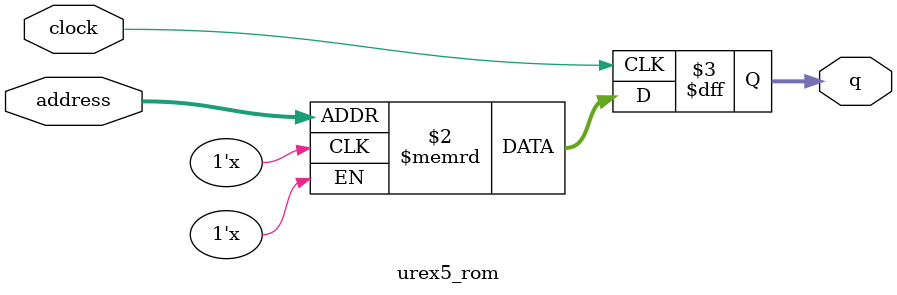
<source format=sv>
module urex5_rom (
	input logic clock,
	input logic [9:0] address,
	output logic [3:0] q
);

logic [3:0] memory [0:1023] /* synthesis ram_init_file = "./urex5/urex5.mif" */;

always_ff @ (posedge clock) begin
	q <= memory[address];
end

endmodule

</source>
